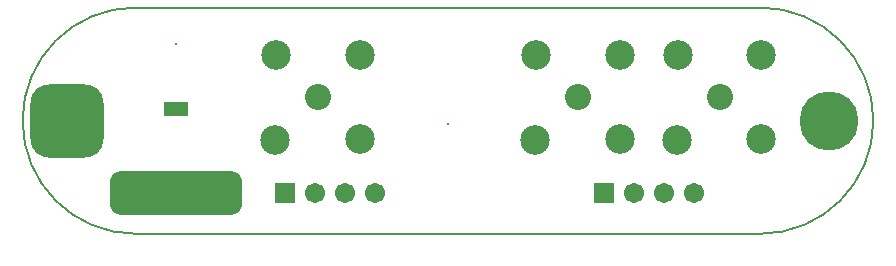
<source format=gts>
G04*
G04 #@! TF.GenerationSoftware,Altium Limited,Altium Designer,19.0.10 (269)*
G04*
G04 Layer_Color=8388736*
%FSLAX44Y44*%
%MOMM*%
G71*
G01*
G75*
%ADD11C,0.2000*%
%ADD12C,5.0000*%
G04:AMPARAMS|DCode=13|XSize=6.2032mm|YSize=6.2032mm|CornerRadius=1.6016mm|HoleSize=0mm|Usage=FLASHONLY|Rotation=0.000|XOffset=0mm|YOffset=0mm|HoleType=Round|Shape=RoundedRectangle|*
%AMROUNDEDRECTD13*
21,1,6.2032,3.0000,0,0,0.0*
21,1,3.0000,6.2032,0,0,0.0*
1,1,3.2032,1.5000,-1.5000*
1,1,3.2032,-1.5000,-1.5000*
1,1,3.2032,-1.5000,1.5000*
1,1,3.2032,1.5000,1.5000*
%
%ADD13ROUNDEDRECTD13*%
G04:AMPARAMS|DCode=14|XSize=11.2032mm|YSize=3.7032mm|CornerRadius=0.9766mm|HoleSize=0mm|Usage=FLASHONLY|Rotation=180.000|XOffset=0mm|YOffset=0mm|HoleType=Round|Shape=RoundedRectangle|*
%AMROUNDEDRECTD14*
21,1,11.2032,1.7500,0,0,180.0*
21,1,9.2500,3.7032,0,0,180.0*
1,1,1.9532,-4.6250,0.8750*
1,1,1.9532,4.6250,0.8750*
1,1,1.9532,4.6250,-0.8750*
1,1,1.9532,-4.6250,-0.8750*
%
%ADD14ROUNDEDRECTD14*%
G04:AMPARAMS|DCode=15|XSize=0.2032mm|YSize=0.2032mm|CornerRadius=0mm|HoleSize=0mm|Usage=FLASHONLY|Rotation=180.000|XOffset=0mm|YOffset=0mm|HoleType=Round|Shape=RoundedRectangle|*
%AMROUNDEDRECTD15*
21,1,0.2032,0.2032,0,0,180.0*
21,1,0.2032,0.2032,0,0,180.0*
1,1,0.0000,-0.1016,0.1016*
1,1,0.0000,0.1016,0.1016*
1,1,0.0000,0.1016,-0.1016*
1,1,0.0000,-0.1016,-0.1016*
%
%ADD15ROUNDEDRECTD15*%
%ADD16C,1.7032*%
%ADD17R,1.7032X1.7032*%
%ADD18C,2.5032*%
%ADD19C,2.2032*%
%ADD20R,2.0032X1.2532*%
%ADD21R,0.2032X0.2032*%
D11*
X-264450Y95750D02*
G03*
X-264450Y-95750I0J-95750D01*
G01*
X264450D02*
G03*
X264450Y95750I0J95750D01*
G01*
X-264450Y-95750D02*
X264450D01*
X-264450Y95750D02*
X264450D01*
D12*
X322650Y0D02*
D03*
D13*
X-322650D02*
D03*
D14*
X-230000Y-61000D02*
D03*
D15*
Y65000D02*
D03*
D16*
X-112700Y-61450D02*
D03*
X-87300D02*
D03*
X-61900D02*
D03*
X208100D02*
D03*
X182700D02*
D03*
X157300D02*
D03*
D17*
X-138100D02*
D03*
X131900D02*
D03*
D18*
X-145355Y55355D02*
D03*
X-74645Y-15355D02*
D03*
X-146062Y-16062D02*
D03*
X-74645Y55355D02*
D03*
X74645D02*
D03*
X145355Y-15355D02*
D03*
X73938Y-16062D02*
D03*
X145355Y55355D02*
D03*
X194645D02*
D03*
X265355Y-15355D02*
D03*
X193938Y-16062D02*
D03*
X265355Y55355D02*
D03*
D19*
X-110000Y20000D02*
D03*
X110000D02*
D03*
X230000D02*
D03*
D20*
X-230000Y10000D02*
D03*
D21*
X0Y-2750D02*
D03*
M02*

</source>
